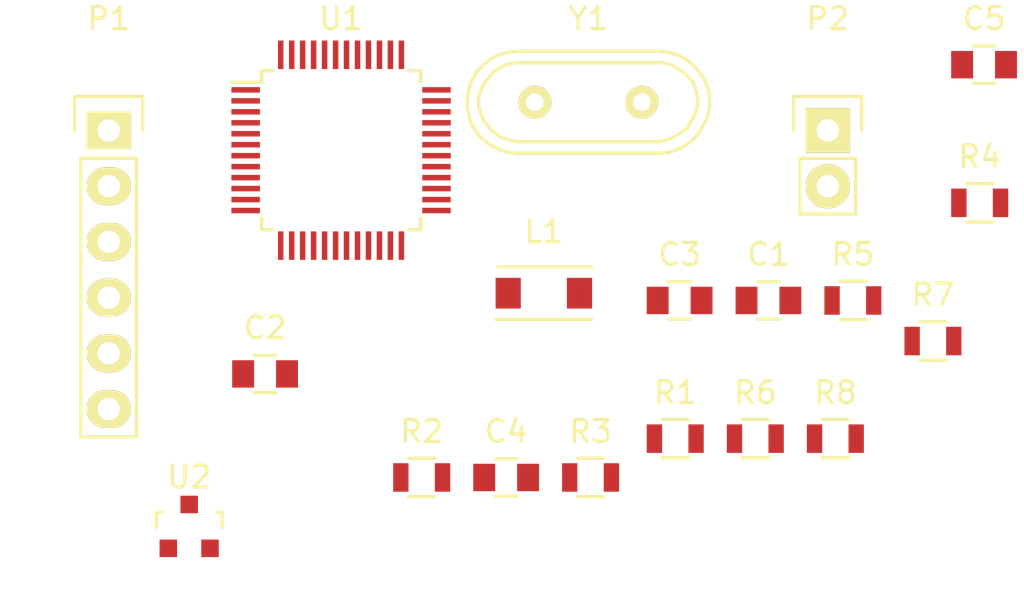
<source format=kicad_pcb>
(kicad_pcb (version 4) (host pcbnew 0.201510170916+6271~30~ubuntu14.04.1-product)

  (general
    (links 36)
    (no_connects 36)
    (area 0 0 0 0)
    (thickness 1.6)
    (drawings 0)
    (tracks 0)
    (zones 0)
    (modules 19)
    (nets 54)
  )

  (page A4)
  (layers
    (0 F.Cu signal)
    (1 In1.Cu signal)
    (2 In2.Cu signal)
    (31 B.Cu signal)
    (32 B.Adhes user)
    (33 F.Adhes user)
    (34 B.Paste user)
    (35 F.Paste user)
    (36 B.SilkS user)
    (37 F.SilkS user)
    (38 B.Mask user)
    (39 F.Mask user)
    (40 Dwgs.User user)
    (41 Cmts.User user)
    (42 Eco1.User user)
    (43 Eco2.User user)
    (44 Edge.Cuts user)
    (45 Margin user)
    (46 B.CrtYd user)
    (47 F.CrtYd user)
    (48 B.Fab user)
    (49 F.Fab user)
  )

  (setup
    (last_trace_width 0.25)
    (trace_clearance 0.2)
    (zone_clearance 0.508)
    (zone_45_only no)
    (trace_min 0.2)
    (segment_width 0.2)
    (edge_width 0.1)
    (via_size 0.6)
    (via_drill 0.4)
    (via_min_size 0.4)
    (via_min_drill 0.3)
    (uvia_size 0.3)
    (uvia_drill 0.1)
    (uvias_allowed no)
    (uvia_min_size 0.2)
    (uvia_min_drill 0.1)
    (pcb_text_width 0.3)
    (pcb_text_size 1.5 1.5)
    (mod_edge_width 0.15)
    (mod_text_size 1 1)
    (mod_text_width 0.15)
    (pad_size 1.5 1.5)
    (pad_drill 0.6)
    (pad_to_mask_clearance 0)
    (aux_axis_origin 0 0)
    (visible_elements FFFFFF7F)
    (pcbplotparams
      (layerselection 0x00030_80000001)
      (usegerberextensions false)
      (excludeedgelayer true)
      (linewidth 0.100000)
      (plotframeref false)
      (viasonmask false)
      (mode 1)
      (useauxorigin false)
      (hpglpennumber 1)
      (hpglpenspeed 20)
      (hpglpendiameter 15)
      (hpglpenoverlay 2)
      (psnegative false)
      (psa4output false)
      (plotreference true)
      (plotvalue true)
      (plotinvisibletext false)
      (padsonsilk false)
      (subtractmaskfromsilk false)
      (outputformat 1)
      (mirror false)
      (drillshape 1)
      (scaleselection 1)
      (outputdirectory ""))
  )

  (net 0 "")
  (net 1 "Net-(C1-Pad1)")
  (net 2 GND)
  (net 3 "Net-(C2-Pad1)")
  (net 4 "Net-(C2-Pad2)")
  (net 5 3V3)
  (net 6 "Net-(P1-Pad1)")
  (net 7 "Net-(P1-Pad2)")
  (net 8 "Net-(P1-Pad4)")
  (net 9 NRST)
  (net 10 "Net-(P1-Pad6)")
  (net 11 "Net-(P2-Pad1)")
  (net 12 TRACE)
  (net 13 "Net-(R5-Pad1)")
  (net 14 "Net-(R6-Pad1)")
  (net 15 "Net-(R6-Pad2)")
  (net 16 "Net-(R7-Pad2)")
  (net 17 "Net-(R8-Pad2)")
  (net 18 "Net-(U1-Pad2)")
  (net 19 "Net-(U1-Pad3)")
  (net 20 "Net-(U1-Pad4)")
  (net 21 "Net-(U1-Pad10)")
  (net 22 "Net-(U1-Pad11)")
  (net 23 "Net-(U1-Pad12)")
  (net 24 "Net-(U1-Pad13)")
  (net 25 "Net-(U1-Pad14)")
  (net 26 "Net-(U1-Pad15)")
  (net 27 "Net-(U1-Pad16)")
  (net 28 "Net-(U1-Pad17)")
  (net 29 "Net-(U1-Pad18)")
  (net 30 "Net-(U1-Pad19)")
  (net 31 "Net-(U1-Pad20)")
  (net 32 "Net-(U1-Pad21)")
  (net 33 "Net-(U1-Pad22)")
  (net 34 "Net-(U1-Pad25)")
  (net 35 "Net-(U1-Pad26)")
  (net 36 "Net-(U1-Pad27)")
  (net 37 "Net-(U1-Pad28)")
  (net 38 "Net-(U1-Pad30)")
  (net 39 "Net-(U1-Pad31)")
  (net 40 "Net-(U1-Pad32)")
  (net 41 "Net-(U1-Pad33)")
  (net 42 "Net-(U1-Pad35)")
  (net 43 "Net-(U1-Pad36)")
  (net 44 "Net-(U1-Pad38)")
  (net 45 "Net-(U1-Pad39)")
  (net 46 "Net-(U1-Pad40)")
  (net 47 "Net-(U1-Pad41)")
  (net 48 "Net-(U1-Pad42)")
  (net 49 "Net-(U1-Pad43)")
  (net 50 "Net-(U1-Pad45)")
  (net 51 "Net-(U1-Pad46)")
  (net 52 "Net-(C4-Pad2)")
  (net 53 "Net-(C5-Pad2)")

  (net_class Default "This is the default net class."
    (clearance 0.2)
    (trace_width 0.25)
    (via_dia 0.6)
    (via_drill 0.4)
    (uvia_dia 0.3)
    (uvia_drill 0.1)
    (add_net 3V3)
    (add_net GND)
    (add_net NRST)
    (add_net "Net-(C1-Pad1)")
    (add_net "Net-(C2-Pad1)")
    (add_net "Net-(C2-Pad2)")
    (add_net "Net-(C4-Pad2)")
    (add_net "Net-(C5-Pad2)")
    (add_net "Net-(P1-Pad1)")
    (add_net "Net-(P1-Pad2)")
    (add_net "Net-(P1-Pad4)")
    (add_net "Net-(P1-Pad6)")
    (add_net "Net-(P2-Pad1)")
    (add_net "Net-(R5-Pad1)")
    (add_net "Net-(R6-Pad1)")
    (add_net "Net-(R6-Pad2)")
    (add_net "Net-(R7-Pad2)")
    (add_net "Net-(R8-Pad2)")
    (add_net "Net-(U1-Pad10)")
    (add_net "Net-(U1-Pad11)")
    (add_net "Net-(U1-Pad12)")
    (add_net "Net-(U1-Pad13)")
    (add_net "Net-(U1-Pad14)")
    (add_net "Net-(U1-Pad15)")
    (add_net "Net-(U1-Pad16)")
    (add_net "Net-(U1-Pad17)")
    (add_net "Net-(U1-Pad18)")
    (add_net "Net-(U1-Pad19)")
    (add_net "Net-(U1-Pad2)")
    (add_net "Net-(U1-Pad20)")
    (add_net "Net-(U1-Pad21)")
    (add_net "Net-(U1-Pad22)")
    (add_net "Net-(U1-Pad25)")
    (add_net "Net-(U1-Pad26)")
    (add_net "Net-(U1-Pad27)")
    (add_net "Net-(U1-Pad28)")
    (add_net "Net-(U1-Pad3)")
    (add_net "Net-(U1-Pad30)")
    (add_net "Net-(U1-Pad31)")
    (add_net "Net-(U1-Pad32)")
    (add_net "Net-(U1-Pad33)")
    (add_net "Net-(U1-Pad35)")
    (add_net "Net-(U1-Pad36)")
    (add_net "Net-(U1-Pad38)")
    (add_net "Net-(U1-Pad39)")
    (add_net "Net-(U1-Pad4)")
    (add_net "Net-(U1-Pad40)")
    (add_net "Net-(U1-Pad41)")
    (add_net "Net-(U1-Pad42)")
    (add_net "Net-(U1-Pad43)")
    (add_net "Net-(U1-Pad45)")
    (add_net "Net-(U1-Pad46)")
    (add_net TRACE)
  )

  (module Capacitors_SMD:C_0805 (layer F.Cu) (tedit 5415D6EA) (tstamp 565E55BE)
    (at 183.521001 120.401)
    (descr "Capacitor SMD 0805, reflow soldering, AVX (see smccp.pdf)")
    (tags "capacitor 0805")
    (path /5627009A)
    (attr smd)
    (fp_text reference C1 (at 0 -2.1) (layer F.SilkS)
      (effects (font (size 1 1) (thickness 0.15)))
    )
    (fp_text value C (at 0 2.1) (layer F.Fab)
      (effects (font (size 1 1) (thickness 0.15)))
    )
    (fp_line (start -1.8 -1) (end 1.8 -1) (layer F.CrtYd) (width 0.05))
    (fp_line (start -1.8 1) (end 1.8 1) (layer F.CrtYd) (width 0.05))
    (fp_line (start -1.8 -1) (end -1.8 1) (layer F.CrtYd) (width 0.05))
    (fp_line (start 1.8 -1) (end 1.8 1) (layer F.CrtYd) (width 0.05))
    (fp_line (start 0.5 -0.85) (end -0.5 -0.85) (layer F.SilkS) (width 0.15))
    (fp_line (start -0.5 0.85) (end 0.5 0.85) (layer F.SilkS) (width 0.15))
    (pad 1 smd rect (at -1 0) (size 1 1.25) (layers F.Cu F.Paste F.Mask)
      (net 1 "Net-(C1-Pad1)"))
    (pad 2 smd rect (at 1 0) (size 1 1.25) (layers F.Cu F.Paste F.Mask)
      (net 2 GND))
    (model Capacitors_SMD.3dshapes/C_0805.wrl
      (at (xyz 0 0 0))
      (scale (xyz 1 1 1))
      (rotate (xyz 0 0 0))
    )
  )

  (module Capacitors_SMD:C_0805 (layer F.Cu) (tedit 5415D6EA) (tstamp 565E55CA)
    (at 160.571001 123.751)
    (descr "Capacitor SMD 0805, reflow soldering, AVX (see smccp.pdf)")
    (tags "capacitor 0805")
    (path /5626F380)
    (attr smd)
    (fp_text reference C2 (at 0 -2.1) (layer F.SilkS)
      (effects (font (size 1 1) (thickness 0.15)))
    )
    (fp_text value C (at 0 2.1) (layer F.Fab)
      (effects (font (size 1 1) (thickness 0.15)))
    )
    (fp_line (start -1.8 -1) (end 1.8 -1) (layer F.CrtYd) (width 0.05))
    (fp_line (start -1.8 1) (end 1.8 1) (layer F.CrtYd) (width 0.05))
    (fp_line (start -1.8 -1) (end -1.8 1) (layer F.CrtYd) (width 0.05))
    (fp_line (start 1.8 -1) (end 1.8 1) (layer F.CrtYd) (width 0.05))
    (fp_line (start 0.5 -0.85) (end -0.5 -0.85) (layer F.SilkS) (width 0.15))
    (fp_line (start -0.5 0.85) (end 0.5 0.85) (layer F.SilkS) (width 0.15))
    (pad 1 smd rect (at -1 0) (size 1 1.25) (layers F.Cu F.Paste F.Mask)
      (net 3 "Net-(C2-Pad1)"))
    (pad 2 smd rect (at 1 0) (size 1 1.25) (layers F.Cu F.Paste F.Mask)
      (net 4 "Net-(C2-Pad2)"))
    (model Capacitors_SMD.3dshapes/C_0805.wrl
      (at (xyz 0 0 0))
      (scale (xyz 1 1 1))
      (rotate (xyz 0 0 0))
    )
  )

  (module Capacitors_SMD:C_0805 (layer F.Cu) (tedit 5415D6EA) (tstamp 565E55D6)
    (at 179.471001 120.401)
    (descr "Capacitor SMD 0805, reflow soldering, AVX (see smccp.pdf)")
    (tags "capacitor 0805")
    (path /56270119)
    (attr smd)
    (fp_text reference C3 (at 0 -2.1) (layer F.SilkS)
      (effects (font (size 1 1) (thickness 0.15)))
    )
    (fp_text value C (at 0 2.1) (layer F.Fab)
      (effects (font (size 1 1) (thickness 0.15)))
    )
    (fp_line (start -1.8 -1) (end 1.8 -1) (layer F.CrtYd) (width 0.05))
    (fp_line (start -1.8 1) (end 1.8 1) (layer F.CrtYd) (width 0.05))
    (fp_line (start -1.8 -1) (end -1.8 1) (layer F.CrtYd) (width 0.05))
    (fp_line (start 1.8 -1) (end 1.8 1) (layer F.CrtYd) (width 0.05))
    (fp_line (start 0.5 -0.85) (end -0.5 -0.85) (layer F.SilkS) (width 0.15))
    (fp_line (start -0.5 0.85) (end 0.5 0.85) (layer F.SilkS) (width 0.15))
    (pad 1 smd rect (at -1 0) (size 1 1.25) (layers F.Cu F.Paste F.Mask)
      (net 5 3V3))
    (pad 2 smd rect (at 1 0) (size 1 1.25) (layers F.Cu F.Paste F.Mask)
      (net 2 GND))
    (model Capacitors_SMD.3dshapes/C_0805.wrl
      (at (xyz 0 0 0))
      (scale (xyz 1 1 1))
      (rotate (xyz 0 0 0))
    )
  )

  (module Capacitors_SMD:C_0805 (layer F.Cu) (tedit 5415D6EA) (tstamp 565E55E2)
    (at 171.561001 128.471)
    (descr "Capacitor SMD 0805, reflow soldering, AVX (see smccp.pdf)")
    (tags "capacitor 0805")
    (path /5652990D)
    (attr smd)
    (fp_text reference C4 (at 0 -2.1) (layer F.SilkS)
      (effects (font (size 1 1) (thickness 0.15)))
    )
    (fp_text value 20P (at 0 2.1) (layer F.Fab)
      (effects (font (size 1 1) (thickness 0.15)))
    )
    (fp_line (start -1.8 -1) (end 1.8 -1) (layer F.CrtYd) (width 0.05))
    (fp_line (start -1.8 1) (end 1.8 1) (layer F.CrtYd) (width 0.05))
    (fp_line (start -1.8 -1) (end -1.8 1) (layer F.CrtYd) (width 0.05))
    (fp_line (start 1.8 -1) (end 1.8 1) (layer F.CrtYd) (width 0.05))
    (fp_line (start 0.5 -0.85) (end -0.5 -0.85) (layer F.SilkS) (width 0.15))
    (fp_line (start -0.5 0.85) (end 0.5 0.85) (layer F.SilkS) (width 0.15))
    (pad 1 smd rect (at -1 0) (size 1 1.25) (layers F.Cu F.Paste F.Mask)
      (net 2 GND))
    (pad 2 smd rect (at 1 0) (size 1 1.25) (layers F.Cu F.Paste F.Mask)
      (net 52 "Net-(C4-Pad2)"))
    (model Capacitors_SMD.3dshapes/C_0805.wrl
      (at (xyz 0 0 0))
      (scale (xyz 1 1 1))
      (rotate (xyz 0 0 0))
    )
  )

  (module Capacitors_SMD:C_0805 (layer F.Cu) (tedit 5415D6EA) (tstamp 565E55EE)
    (at 193.351001 109.651)
    (descr "Capacitor SMD 0805, reflow soldering, AVX (see smccp.pdf)")
    (tags "capacitor 0805")
    (path /56529966)
    (attr smd)
    (fp_text reference C5 (at 0 -2.1) (layer F.SilkS)
      (effects (font (size 1 1) (thickness 0.15)))
    )
    (fp_text value 20P (at 0 2.1) (layer F.Fab)
      (effects (font (size 1 1) (thickness 0.15)))
    )
    (fp_line (start -1.8 -1) (end 1.8 -1) (layer F.CrtYd) (width 0.05))
    (fp_line (start -1.8 1) (end 1.8 1) (layer F.CrtYd) (width 0.05))
    (fp_line (start -1.8 -1) (end -1.8 1) (layer F.CrtYd) (width 0.05))
    (fp_line (start 1.8 -1) (end 1.8 1) (layer F.CrtYd) (width 0.05))
    (fp_line (start 0.5 -0.85) (end -0.5 -0.85) (layer F.SilkS) (width 0.15))
    (fp_line (start -0.5 0.85) (end 0.5 0.85) (layer F.SilkS) (width 0.15))
    (pad 1 smd rect (at -1 0) (size 1 1.25) (layers F.Cu F.Paste F.Mask)
      (net 2 GND))
    (pad 2 smd rect (at 1 0) (size 1 1.25) (layers F.Cu F.Paste F.Mask)
      (net 53 "Net-(C5-Pad2)"))
    (model Capacitors_SMD.3dshapes/C_0805.wrl
      (at (xyz 0 0 0))
      (scale (xyz 1 1 1))
      (rotate (xyz 0 0 0))
    )
  )

  (module Inductors_NEOSID:Neosid_Inductor_SM1206 (layer F.Cu) (tedit 0) (tstamp 565E55F6)
    (at 173.280816 120.07008)
    (descr "Neosid, Inductor, SM1206, Festinduktivitaet, SMD,")
    (tags "Neosid, Inductor, SM1206, Festinduktivitaet, SMD,")
    (path /5626F24B)
    (attr smd)
    (fp_text reference L1 (at 0 -2.79908) (layer F.SilkS)
      (effects (font (size 1 1) (thickness 0.15)))
    )
    (fp_text value INDUCTOR (at 0.20066 4.20116) (layer F.Fab)
      (effects (font (size 1 1) (thickness 0.15)))
    )
    (fp_line (start 2.19964 1.19888) (end -2.19964 1.19888) (layer F.SilkS) (width 0.15))
    (fp_line (start 2.19964 -1.19888) (end -2.10058 -1.19888) (layer F.SilkS) (width 0.15))
    (pad 2 smd rect (at 1.6256 0) (size 1.15062 1.39954) (layers F.Cu F.Paste F.Mask)
      (net 3 "Net-(C2-Pad1)"))
    (pad 1 smd rect (at -1.6256 0) (size 1.15062 1.39954) (layers F.Cu F.Paste F.Mask)
      (net 5 3V3))
  )

  (module Pin_Headers:Pin_Header_Straight_1x06 (layer F.Cu) (tedit 0) (tstamp 565E560B)
    (at 153.444333 112.651)
    (descr "Through hole pin header")
    (tags "pin header")
    (path /562D3447)
    (fp_text reference P1 (at 0 -5.1) (layer F.SilkS)
      (effects (font (size 1 1) (thickness 0.15)))
    )
    (fp_text value CONN_01X06 (at 0 -3.1) (layer F.Fab)
      (effects (font (size 1 1) (thickness 0.15)))
    )
    (fp_line (start -1.75 -1.75) (end -1.75 14.45) (layer F.CrtYd) (width 0.05))
    (fp_line (start 1.75 -1.75) (end 1.75 14.45) (layer F.CrtYd) (width 0.05))
    (fp_line (start -1.75 -1.75) (end 1.75 -1.75) (layer F.CrtYd) (width 0.05))
    (fp_line (start -1.75 14.45) (end 1.75 14.45) (layer F.CrtYd) (width 0.05))
    (fp_line (start 1.27 1.27) (end 1.27 13.97) (layer F.SilkS) (width 0.15))
    (fp_line (start 1.27 13.97) (end -1.27 13.97) (layer F.SilkS) (width 0.15))
    (fp_line (start -1.27 13.97) (end -1.27 1.27) (layer F.SilkS) (width 0.15))
    (fp_line (start 1.55 -1.55) (end 1.55 0) (layer F.SilkS) (width 0.15))
    (fp_line (start 1.27 1.27) (end -1.27 1.27) (layer F.SilkS) (width 0.15))
    (fp_line (start -1.55 0) (end -1.55 -1.55) (layer F.SilkS) (width 0.15))
    (fp_line (start -1.55 -1.55) (end 1.55 -1.55) (layer F.SilkS) (width 0.15))
    (pad 1 thru_hole rect (at 0 0) (size 2.032 1.7272) (drill 1.016) (layers *.Cu *.Mask F.SilkS)
      (net 6 "Net-(P1-Pad1)"))
    (pad 2 thru_hole oval (at 0 2.54) (size 2.032 1.7272) (drill 1.016) (layers *.Cu *.Mask F.SilkS)
      (net 7 "Net-(P1-Pad2)"))
    (pad 3 thru_hole oval (at 0 5.08) (size 2.032 1.7272) (drill 1.016) (layers *.Cu *.Mask F.SilkS)
      (net 2 GND))
    (pad 4 thru_hole oval (at 0 7.62) (size 2.032 1.7272) (drill 1.016) (layers *.Cu *.Mask F.SilkS)
      (net 8 "Net-(P1-Pad4)"))
    (pad 5 thru_hole oval (at 0 10.16) (size 2.032 1.7272) (drill 1.016) (layers *.Cu *.Mask F.SilkS)
      (net 9 NRST))
    (pad 6 thru_hole oval (at 0 12.7) (size 2.032 1.7272) (drill 1.016) (layers *.Cu *.Mask F.SilkS)
      (net 10 "Net-(P1-Pad6)"))
    (model Pin_Headers.3dshapes/Pin_Header_Straight_1x06.wrl
      (at (xyz 0 -0.25 0))
      (scale (xyz 1 1 1))
      (rotate (xyz 0 0 90))
    )
  )

  (module Pin_Headers:Pin_Header_Straight_1x02 (layer F.Cu) (tedit 54EA090C) (tstamp 565E561C)
    (at 186.224333 112.651)
    (descr "Through hole pin header")
    (tags "pin header")
    (path /562D514A)
    (fp_text reference P2 (at 0 -5.1) (layer F.SilkS)
      (effects (font (size 1 1) (thickness 0.15)))
    )
    (fp_text value CONN_01X02 (at 0 -3.1) (layer F.Fab)
      (effects (font (size 1 1) (thickness 0.15)))
    )
    (fp_line (start 1.27 1.27) (end 1.27 3.81) (layer F.SilkS) (width 0.15))
    (fp_line (start 1.55 -1.55) (end 1.55 0) (layer F.SilkS) (width 0.15))
    (fp_line (start -1.75 -1.75) (end -1.75 4.3) (layer F.CrtYd) (width 0.05))
    (fp_line (start 1.75 -1.75) (end 1.75 4.3) (layer F.CrtYd) (width 0.05))
    (fp_line (start -1.75 -1.75) (end 1.75 -1.75) (layer F.CrtYd) (width 0.05))
    (fp_line (start -1.75 4.3) (end 1.75 4.3) (layer F.CrtYd) (width 0.05))
    (fp_line (start 1.27 1.27) (end -1.27 1.27) (layer F.SilkS) (width 0.15))
    (fp_line (start -1.55 0) (end -1.55 -1.55) (layer F.SilkS) (width 0.15))
    (fp_line (start -1.55 -1.55) (end 1.55 -1.55) (layer F.SilkS) (width 0.15))
    (fp_line (start -1.27 1.27) (end -1.27 3.81) (layer F.SilkS) (width 0.15))
    (fp_line (start -1.27 3.81) (end 1.27 3.81) (layer F.SilkS) (width 0.15))
    (pad 1 thru_hole rect (at 0 0) (size 2.032 2.032) (drill 1.016) (layers *.Cu *.Mask F.SilkS)
      (net 11 "Net-(P2-Pad1)"))
    (pad 2 thru_hole oval (at 0 2.54) (size 2.032 2.032) (drill 1.016) (layers *.Cu *.Mask F.SilkS)
      (net 2 GND))
    (model Pin_Headers.3dshapes/Pin_Header_Straight_1x02.wrl
      (at (xyz 0 -0.05 0))
      (scale (xyz 1 1 1))
      (rotate (xyz 0 0 90))
    )
  )

  (module Resistors_SMD:R_0805 (layer F.Cu) (tedit 5415CDEB) (tstamp 565E5628)
    (at 179.271001 126.701)
    (descr "Resistor SMD 0805, reflow soldering, Vishay (see dcrcw.pdf)")
    (tags "resistor 0805")
    (path /562D411E)
    (attr smd)
    (fp_text reference R1 (at 0 -2.1) (layer F.SilkS)
      (effects (font (size 1 1) (thickness 0.15)))
    )
    (fp_text value R (at 0 2.1) (layer F.Fab)
      (effects (font (size 1 1) (thickness 0.15)))
    )
    (fp_line (start -1.6 -1) (end 1.6 -1) (layer F.CrtYd) (width 0.05))
    (fp_line (start -1.6 1) (end 1.6 1) (layer F.CrtYd) (width 0.05))
    (fp_line (start -1.6 -1) (end -1.6 1) (layer F.CrtYd) (width 0.05))
    (fp_line (start 1.6 -1) (end 1.6 1) (layer F.CrtYd) (width 0.05))
    (fp_line (start 0.6 0.875) (end -0.6 0.875) (layer F.SilkS) (width 0.15))
    (fp_line (start -0.6 -0.875) (end 0.6 -0.875) (layer F.SilkS) (width 0.15))
    (pad 1 smd rect (at -0.95 0) (size 0.7 1.3) (layers F.Cu F.Paste F.Mask)
      (net 10 "Net-(P1-Pad6)"))
    (pad 2 smd rect (at 0.95 0) (size 0.7 1.3) (layers F.Cu F.Paste F.Mask)
      (net 12 TRACE))
    (model Resistors_SMD.3dshapes/R_0805.wrl
      (at (xyz 0 0 0))
      (scale (xyz 1 1 1))
      (rotate (xyz 0 0 0))
    )
  )

  (module Resistors_SMD:R_0805 (layer F.Cu) (tedit 5415CDEB) (tstamp 565E5634)
    (at 167.711001 128.471)
    (descr "Resistor SMD 0805, reflow soldering, Vishay (see dcrcw.pdf)")
    (tags "resistor 0805")
    (path /562D36B1)
    (attr smd)
    (fp_text reference R2 (at 0 -2.1) (layer F.SilkS)
      (effects (font (size 1 1) (thickness 0.15)))
    )
    (fp_text value 0 (at 0 2.1) (layer F.Fab)
      (effects (font (size 1 1) (thickness 0.15)))
    )
    (fp_line (start -1.6 -1) (end 1.6 -1) (layer F.CrtYd) (width 0.05))
    (fp_line (start -1.6 1) (end 1.6 1) (layer F.CrtYd) (width 0.05))
    (fp_line (start -1.6 -1) (end -1.6 1) (layer F.CrtYd) (width 0.05))
    (fp_line (start 1.6 -1) (end 1.6 1) (layer F.CrtYd) (width 0.05))
    (fp_line (start 0.6 0.875) (end -0.6 0.875) (layer F.SilkS) (width 0.15))
    (fp_line (start -0.6 -0.875) (end 0.6 -0.875) (layer F.SilkS) (width 0.15))
    (pad 1 smd rect (at -0.95 0) (size 0.7 1.3) (layers F.Cu F.Paste F.Mask)
      (net 5 3V3))
    (pad 2 smd rect (at 0.95 0) (size 0.7 1.3) (layers F.Cu F.Paste F.Mask)
      (net 6 "Net-(P1-Pad1)"))
    (model Resistors_SMD.3dshapes/R_0805.wrl
      (at (xyz 0 0 0))
      (scale (xyz 1 1 1))
      (rotate (xyz 0 0 0))
    )
  )

  (module Resistors_SMD:R_0805 (layer F.Cu) (tedit 5415CDEB) (tstamp 565E5640)
    (at 175.411001 128.471)
    (descr "Resistor SMD 0805, reflow soldering, Vishay (see dcrcw.pdf)")
    (tags "resistor 0805")
    (path /562D3B9C)
    (attr smd)
    (fp_text reference R3 (at 0 -2.1) (layer F.SilkS)
      (effects (font (size 1 1) (thickness 0.15)))
    )
    (fp_text value R (at 0 2.1) (layer F.Fab)
      (effects (font (size 1 1) (thickness 0.15)))
    )
    (fp_line (start -1.6 -1) (end 1.6 -1) (layer F.CrtYd) (width 0.05))
    (fp_line (start -1.6 1) (end 1.6 1) (layer F.CrtYd) (width 0.05))
    (fp_line (start -1.6 -1) (end -1.6 1) (layer F.CrtYd) (width 0.05))
    (fp_line (start 1.6 -1) (end 1.6 1) (layer F.CrtYd) (width 0.05))
    (fp_line (start 0.6 0.875) (end -0.6 0.875) (layer F.SilkS) (width 0.15))
    (fp_line (start -0.6 -0.875) (end 0.6 -0.875) (layer F.SilkS) (width 0.15))
    (pad 1 smd rect (at -0.95 0) (size 0.7 1.3) (layers F.Cu F.Paste F.Mask)
      (net 5 3V3))
    (pad 2 smd rect (at 0.95 0) (size 0.7 1.3) (layers F.Cu F.Paste F.Mask)
      (net 8 "Net-(P1-Pad4)"))
    (model Resistors_SMD.3dshapes/R_0805.wrl
      (at (xyz 0 0 0))
      (scale (xyz 1 1 1))
      (rotate (xyz 0 0 0))
    )
  )

  (module Resistors_SMD:R_0805 (layer F.Cu) (tedit 5415CDEB) (tstamp 565E564C)
    (at 193.151001 115.951)
    (descr "Resistor SMD 0805, reflow soldering, Vishay (see dcrcw.pdf)")
    (tags "resistor 0805")
    (path /562D3B38)
    (attr smd)
    (fp_text reference R4 (at 0 -2.1) (layer F.SilkS)
      (effects (font (size 1 1) (thickness 0.15)))
    )
    (fp_text value R (at 0 2.1) (layer F.Fab)
      (effects (font (size 1 1) (thickness 0.15)))
    )
    (fp_line (start -1.6 -1) (end 1.6 -1) (layer F.CrtYd) (width 0.05))
    (fp_line (start -1.6 1) (end 1.6 1) (layer F.CrtYd) (width 0.05))
    (fp_line (start -1.6 -1) (end -1.6 1) (layer F.CrtYd) (width 0.05))
    (fp_line (start 1.6 -1) (end 1.6 1) (layer F.CrtYd) (width 0.05))
    (fp_line (start 0.6 0.875) (end -0.6 0.875) (layer F.SilkS) (width 0.15))
    (fp_line (start -0.6 -0.875) (end 0.6 -0.875) (layer F.SilkS) (width 0.15))
    (pad 1 smd rect (at -0.95 0) (size 0.7 1.3) (layers F.Cu F.Paste F.Mask)
      (net 7 "Net-(P1-Pad2)"))
    (pad 2 smd rect (at 0.95 0) (size 0.7 1.3) (layers F.Cu F.Paste F.Mask)
      (net 2 GND))
    (model Resistors_SMD.3dshapes/R_0805.wrl
      (at (xyz 0 0 0))
      (scale (xyz 1 1 1))
      (rotate (xyz 0 0 0))
    )
  )

  (module Resistors_SMD:R_0805 (layer F.Cu) (tedit 5415CDEB) (tstamp 565E5658)
    (at 187.371001 120.401)
    (descr "Resistor SMD 0805, reflow soldering, Vishay (see dcrcw.pdf)")
    (tags "resistor 0805")
    (path /562D4FA8)
    (attr smd)
    (fp_text reference R5 (at 0 -2.1) (layer F.SilkS)
      (effects (font (size 1 1) (thickness 0.15)))
    )
    (fp_text value R (at 0 2.1) (layer F.Fab)
      (effects (font (size 1 1) (thickness 0.15)))
    )
    (fp_line (start -1.6 -1) (end 1.6 -1) (layer F.CrtYd) (width 0.05))
    (fp_line (start -1.6 1) (end 1.6 1) (layer F.CrtYd) (width 0.05))
    (fp_line (start -1.6 -1) (end -1.6 1) (layer F.CrtYd) (width 0.05))
    (fp_line (start 1.6 -1) (end 1.6 1) (layer F.CrtYd) (width 0.05))
    (fp_line (start 0.6 0.875) (end -0.6 0.875) (layer F.SilkS) (width 0.15))
    (fp_line (start -0.6 -0.875) (end 0.6 -0.875) (layer F.SilkS) (width 0.15))
    (pad 1 smd rect (at -0.95 0) (size 0.7 1.3) (layers F.Cu F.Paste F.Mask)
      (net 13 "Net-(R5-Pad1)"))
    (pad 2 smd rect (at 0.95 0) (size 0.7 1.3) (layers F.Cu F.Paste F.Mask)
      (net 11 "Net-(P2-Pad1)"))
    (model Resistors_SMD.3dshapes/R_0805.wrl
      (at (xyz 0 0 0))
      (scale (xyz 1 1 1))
      (rotate (xyz 0 0 0))
    )
  )

  (module Resistors_SMD:R_0805 (layer F.Cu) (tedit 5415CDEB) (tstamp 565E5664)
    (at 182.921001 126.701)
    (descr "Resistor SMD 0805, reflow soldering, Vishay (see dcrcw.pdf)")
    (tags "resistor 0805")
    (path /562D2EC7)
    (attr smd)
    (fp_text reference R6 (at 0 -2.1) (layer F.SilkS)
      (effects (font (size 1 1) (thickness 0.15)))
    )
    (fp_text value R (at 0 2.1) (layer F.Fab)
      (effects (font (size 1 1) (thickness 0.15)))
    )
    (fp_line (start -1.6 -1) (end 1.6 -1) (layer F.CrtYd) (width 0.05))
    (fp_line (start -1.6 1) (end 1.6 1) (layer F.CrtYd) (width 0.05))
    (fp_line (start -1.6 -1) (end -1.6 1) (layer F.CrtYd) (width 0.05))
    (fp_line (start 1.6 -1) (end 1.6 1) (layer F.CrtYd) (width 0.05))
    (fp_line (start 0.6 0.875) (end -0.6 0.875) (layer F.SilkS) (width 0.15))
    (fp_line (start -0.6 -0.875) (end 0.6 -0.875) (layer F.SilkS) (width 0.15))
    (pad 1 smd rect (at -0.95 0) (size 0.7 1.3) (layers F.Cu F.Paste F.Mask)
      (net 14 "Net-(R6-Pad1)"))
    (pad 2 smd rect (at 0.95 0) (size 0.7 1.3) (layers F.Cu F.Paste F.Mask)
      (net 15 "Net-(R6-Pad2)"))
    (model Resistors_SMD.3dshapes/R_0805.wrl
      (at (xyz 0 0 0))
      (scale (xyz 1 1 1))
      (rotate (xyz 0 0 0))
    )
  )

  (module Resistors_SMD:R_0805 (layer F.Cu) (tedit 5415CDEB) (tstamp 565E5670)
    (at 191.021001 122.251)
    (descr "Resistor SMD 0805, reflow soldering, Vishay (see dcrcw.pdf)")
    (tags "resistor 0805")
    (path /562D2E53)
    (attr smd)
    (fp_text reference R7 (at 0 -2.1) (layer F.SilkS)
      (effects (font (size 1 1) (thickness 0.15)))
    )
    (fp_text value R (at 0 2.1) (layer F.Fab)
      (effects (font (size 1 1) (thickness 0.15)))
    )
    (fp_line (start -1.6 -1) (end 1.6 -1) (layer F.CrtYd) (width 0.05))
    (fp_line (start -1.6 1) (end 1.6 1) (layer F.CrtYd) (width 0.05))
    (fp_line (start -1.6 -1) (end -1.6 1) (layer F.CrtYd) (width 0.05))
    (fp_line (start 1.6 -1) (end 1.6 1) (layer F.CrtYd) (width 0.05))
    (fp_line (start 0.6 0.875) (end -0.6 0.875) (layer F.SilkS) (width 0.15))
    (fp_line (start -0.6 -0.875) (end 0.6 -0.875) (layer F.SilkS) (width 0.15))
    (pad 1 smd rect (at -0.95 0) (size 0.7 1.3) (layers F.Cu F.Paste F.Mask)
      (net 14 "Net-(R6-Pad1)"))
    (pad 2 smd rect (at 0.95 0) (size 0.7 1.3) (layers F.Cu F.Paste F.Mask)
      (net 16 "Net-(R7-Pad2)"))
    (model Resistors_SMD.3dshapes/R_0805.wrl
      (at (xyz 0 0 0))
      (scale (xyz 1 1 1))
      (rotate (xyz 0 0 0))
    )
  )

  (module Resistors_SMD:R_0805 (layer F.Cu) (tedit 5415CDEB) (tstamp 565E567C)
    (at 186.571001 126.701)
    (descr "Resistor SMD 0805, reflow soldering, Vishay (see dcrcw.pdf)")
    (tags "resistor 0805")
    (path /562D2D9E)
    (attr smd)
    (fp_text reference R8 (at 0 -2.1) (layer F.SilkS)
      (effects (font (size 1 1) (thickness 0.15)))
    )
    (fp_text value R (at 0 2.1) (layer F.Fab)
      (effects (font (size 1 1) (thickness 0.15)))
    )
    (fp_line (start -1.6 -1) (end 1.6 -1) (layer F.CrtYd) (width 0.05))
    (fp_line (start -1.6 1) (end 1.6 1) (layer F.CrtYd) (width 0.05))
    (fp_line (start -1.6 -1) (end -1.6 1) (layer F.CrtYd) (width 0.05))
    (fp_line (start 1.6 -1) (end 1.6 1) (layer F.CrtYd) (width 0.05))
    (fp_line (start 0.6 0.875) (end -0.6 0.875) (layer F.SilkS) (width 0.15))
    (fp_line (start -0.6 -0.875) (end 0.6 -0.875) (layer F.SilkS) (width 0.15))
    (pad 1 smd rect (at -0.95 0) (size 0.7 1.3) (layers F.Cu F.Paste F.Mask)
      (net 14 "Net-(R6-Pad1)"))
    (pad 2 smd rect (at 0.95 0) (size 0.7 1.3) (layers F.Cu F.Paste F.Mask)
      (net 17 "Net-(R8-Pad2)"))
    (model Resistors_SMD.3dshapes/R_0805.wrl
      (at (xyz 0 0 0))
      (scale (xyz 1 1 1))
      (rotate (xyz 0 0 0))
    )
  )

  (module Housings_QFP:LQFP-48_7x7mm_Pitch0.5mm (layer F.Cu) (tedit 54130A77) (tstamp 565E56BD)
    (at 164.035286 113.551)
    (descr "48 LEAD LQFP 7x7mm (see MICREL LQFP7x7-48LD-PL-1.pdf)")
    (tags "QFP 0.5")
    (path /564E875E)
    (attr smd)
    (fp_text reference U1 (at 0 -6) (layer F.SilkS)
      (effects (font (size 1 1) (thickness 0.15)))
    )
    (fp_text value STM32F030C8 (at 0 6) (layer F.Fab)
      (effects (font (size 1 1) (thickness 0.15)))
    )
    (fp_line (start -5.25 -5.25) (end -5.25 5.25) (layer F.CrtYd) (width 0.05))
    (fp_line (start 5.25 -5.25) (end 5.25 5.25) (layer F.CrtYd) (width 0.05))
    (fp_line (start -5.25 -5.25) (end 5.25 -5.25) (layer F.CrtYd) (width 0.05))
    (fp_line (start -5.25 5.25) (end 5.25 5.25) (layer F.CrtYd) (width 0.05))
    (fp_line (start -3.625 -3.625) (end -3.625 -3.1) (layer F.SilkS) (width 0.15))
    (fp_line (start 3.625 -3.625) (end 3.625 -3.1) (layer F.SilkS) (width 0.15))
    (fp_line (start 3.625 3.625) (end 3.625 3.1) (layer F.SilkS) (width 0.15))
    (fp_line (start -3.625 3.625) (end -3.625 3.1) (layer F.SilkS) (width 0.15))
    (fp_line (start -3.625 -3.625) (end -3.1 -3.625) (layer F.SilkS) (width 0.15))
    (fp_line (start -3.625 3.625) (end -3.1 3.625) (layer F.SilkS) (width 0.15))
    (fp_line (start 3.625 3.625) (end 3.1 3.625) (layer F.SilkS) (width 0.15))
    (fp_line (start 3.625 -3.625) (end 3.1 -3.625) (layer F.SilkS) (width 0.15))
    (fp_line (start -3.625 -3.1) (end -5 -3.1) (layer F.SilkS) (width 0.15))
    (pad 1 smd rect (at -4.35 -2.75) (size 1.3 0.25) (layers F.Cu F.Paste F.Mask)
      (net 5 3V3))
    (pad 2 smd rect (at -4.35 -2.25) (size 1.3 0.25) (layers F.Cu F.Paste F.Mask)
      (net 18 "Net-(U1-Pad2)"))
    (pad 3 smd rect (at -4.35 -1.75) (size 1.3 0.25) (layers F.Cu F.Paste F.Mask)
      (net 19 "Net-(U1-Pad3)"))
    (pad 4 smd rect (at -4.35 -1.25) (size 1.3 0.25) (layers F.Cu F.Paste F.Mask)
      (net 20 "Net-(U1-Pad4)"))
    (pad 5 smd rect (at -4.35 -0.75) (size 1.3 0.25) (layers F.Cu F.Paste F.Mask)
      (net 52 "Net-(C4-Pad2)"))
    (pad 6 smd rect (at -4.35 -0.25) (size 1.3 0.25) (layers F.Cu F.Paste F.Mask)
      (net 53 "Net-(C5-Pad2)"))
    (pad 7 smd rect (at -4.35 0.25) (size 1.3 0.25) (layers F.Cu F.Paste F.Mask)
      (net 9 NRST))
    (pad 8 smd rect (at -4.35 0.75) (size 1.3 0.25) (layers F.Cu F.Paste F.Mask)
      (net 2 GND))
    (pad 9 smd rect (at -4.35 1.25) (size 1.3 0.25) (layers F.Cu F.Paste F.Mask)
      (net 3 "Net-(C2-Pad1)"))
    (pad 10 smd rect (at -4.35 1.75) (size 1.3 0.25) (layers F.Cu F.Paste F.Mask)
      (net 21 "Net-(U1-Pad10)"))
    (pad 11 smd rect (at -4.35 2.25) (size 1.3 0.25) (layers F.Cu F.Paste F.Mask)
      (net 22 "Net-(U1-Pad11)"))
    (pad 12 smd rect (at -4.35 2.75) (size 1.3 0.25) (layers F.Cu F.Paste F.Mask)
      (net 23 "Net-(U1-Pad12)"))
    (pad 13 smd rect (at -2.75 4.35 90) (size 1.3 0.25) (layers F.Cu F.Paste F.Mask)
      (net 24 "Net-(U1-Pad13)"))
    (pad 14 smd rect (at -2.25 4.35 90) (size 1.3 0.25) (layers F.Cu F.Paste F.Mask)
      (net 25 "Net-(U1-Pad14)"))
    (pad 15 smd rect (at -1.75 4.35 90) (size 1.3 0.25) (layers F.Cu F.Paste F.Mask)
      (net 26 "Net-(U1-Pad15)"))
    (pad 16 smd rect (at -1.25 4.35 90) (size 1.3 0.25) (layers F.Cu F.Paste F.Mask)
      (net 27 "Net-(U1-Pad16)"))
    (pad 17 smd rect (at -0.75 4.35 90) (size 1.3 0.25) (layers F.Cu F.Paste F.Mask)
      (net 28 "Net-(U1-Pad17)"))
    (pad 18 smd rect (at -0.25 4.35 90) (size 1.3 0.25) (layers F.Cu F.Paste F.Mask)
      (net 29 "Net-(U1-Pad18)"))
    (pad 19 smd rect (at 0.25 4.35 90) (size 1.3 0.25) (layers F.Cu F.Paste F.Mask)
      (net 30 "Net-(U1-Pad19)"))
    (pad 20 smd rect (at 0.75 4.35 90) (size 1.3 0.25) (layers F.Cu F.Paste F.Mask)
      (net 31 "Net-(U1-Pad20)"))
    (pad 21 smd rect (at 1.25 4.35 90) (size 1.3 0.25) (layers F.Cu F.Paste F.Mask)
      (net 32 "Net-(U1-Pad21)"))
    (pad 22 smd rect (at 1.75 4.35 90) (size 1.3 0.25) (layers F.Cu F.Paste F.Mask)
      (net 33 "Net-(U1-Pad22)"))
    (pad 23 smd rect (at 2.25 4.35 90) (size 1.3 0.25) (layers F.Cu F.Paste F.Mask)
      (net 2 GND))
    (pad 24 smd rect (at 2.75 4.35 90) (size 1.3 0.25) (layers F.Cu F.Paste F.Mask)
      (net 5 3V3))
    (pad 25 smd rect (at 4.35 2.75) (size 1.3 0.25) (layers F.Cu F.Paste F.Mask)
      (net 34 "Net-(U1-Pad25)"))
    (pad 26 smd rect (at 4.35 2.25) (size 1.3 0.25) (layers F.Cu F.Paste F.Mask)
      (net 35 "Net-(U1-Pad26)"))
    (pad 27 smd rect (at 4.35 1.75) (size 1.3 0.25) (layers F.Cu F.Paste F.Mask)
      (net 36 "Net-(U1-Pad27)"))
    (pad 28 smd rect (at 4.35 1.25) (size 1.3 0.25) (layers F.Cu F.Paste F.Mask)
      (net 37 "Net-(U1-Pad28)"))
    (pad 29 smd rect (at 4.35 0.75) (size 1.3 0.25) (layers F.Cu F.Paste F.Mask)
      (net 13 "Net-(R5-Pad1)"))
    (pad 30 smd rect (at 4.35 0.25) (size 1.3 0.25) (layers F.Cu F.Paste F.Mask)
      (net 38 "Net-(U1-Pad30)"))
    (pad 31 smd rect (at 4.35 -0.25) (size 1.3 0.25) (layers F.Cu F.Paste F.Mask)
      (net 39 "Net-(U1-Pad31)"))
    (pad 32 smd rect (at 4.35 -0.75) (size 1.3 0.25) (layers F.Cu F.Paste F.Mask)
      (net 40 "Net-(U1-Pad32)"))
    (pad 33 smd rect (at 4.35 -1.25) (size 1.3 0.25) (layers F.Cu F.Paste F.Mask)
      (net 41 "Net-(U1-Pad33)"))
    (pad 34 smd rect (at 4.35 -1.75) (size 1.3 0.25) (layers F.Cu F.Paste F.Mask)
      (net 8 "Net-(P1-Pad4)"))
    (pad 35 smd rect (at 4.35 -2.25) (size 1.3 0.25) (layers F.Cu F.Paste F.Mask)
      (net 42 "Net-(U1-Pad35)"))
    (pad 36 smd rect (at 4.35 -2.75) (size 1.3 0.25) (layers F.Cu F.Paste F.Mask)
      (net 43 "Net-(U1-Pad36)"))
    (pad 37 smd rect (at 2.75 -4.35 90) (size 1.3 0.25) (layers F.Cu F.Paste F.Mask)
      (net 7 "Net-(P1-Pad2)"))
    (pad 38 smd rect (at 2.25 -4.35 90) (size 1.3 0.25) (layers F.Cu F.Paste F.Mask)
      (net 44 "Net-(U1-Pad38)"))
    (pad 39 smd rect (at 1.75 -4.35 90) (size 1.3 0.25) (layers F.Cu F.Paste F.Mask)
      (net 45 "Net-(U1-Pad39)"))
    (pad 40 smd rect (at 1.25 -4.35 90) (size 1.3 0.25) (layers F.Cu F.Paste F.Mask)
      (net 46 "Net-(U1-Pad40)"))
    (pad 41 smd rect (at 0.75 -4.35 90) (size 1.3 0.25) (layers F.Cu F.Paste F.Mask)
      (net 47 "Net-(U1-Pad41)"))
    (pad 42 smd rect (at 0.25 -4.35 90) (size 1.3 0.25) (layers F.Cu F.Paste F.Mask)
      (net 48 "Net-(U1-Pad42)"))
    (pad 43 smd rect (at -0.25 -4.35 90) (size 1.3 0.25) (layers F.Cu F.Paste F.Mask)
      (net 49 "Net-(U1-Pad43)"))
    (pad 44 smd rect (at -0.75 -4.35 90) (size 1.3 0.25) (layers F.Cu F.Paste F.Mask)
      (net 14 "Net-(R6-Pad1)"))
    (pad 45 smd rect (at -1.25 -4.35 90) (size 1.3 0.25) (layers F.Cu F.Paste F.Mask)
      (net 50 "Net-(U1-Pad45)"))
    (pad 46 smd rect (at -1.75 -4.35 90) (size 1.3 0.25) (layers F.Cu F.Paste F.Mask)
      (net 51 "Net-(U1-Pad46)"))
    (pad 47 smd rect (at -2.25 -4.35 90) (size 1.3 0.25) (layers F.Cu F.Paste F.Mask)
      (net 2 GND))
    (pad 48 smd rect (at -2.75 -4.35 90) (size 1.3 0.25) (layers F.Cu F.Paste F.Mask)
      (net 5 3V3))
    (model Housings_QFP.3dshapes/LQFP-48_7x7mm_Pitch0.5mm.wrl
      (at (xyz 0 0 0))
      (scale (xyz 1 1 1))
      (rotate (xyz 0 0 0))
    )
  )

  (module Housings_SOT-23_SOT-143_TSOT-6:SOT-23 (layer F.Cu) (tedit 553634F8) (tstamp 565E56CD)
    (at 157.111 130.701)
    (descr "SOT-23, Standard")
    (tags SOT-23)
    (path /56270053)
    (attr smd)
    (fp_text reference U2 (at 0 -2.25) (layer F.SilkS)
      (effects (font (size 1 1) (thickness 0.15)))
    )
    (fp_text value MCP1700T-3302E/TT_ (at 0 2.3) (layer F.Fab)
      (effects (font (size 1 1) (thickness 0.15)))
    )
    (fp_line (start -1.65 -1.6) (end 1.65 -1.6) (layer F.CrtYd) (width 0.05))
    (fp_line (start 1.65 -1.6) (end 1.65 1.6) (layer F.CrtYd) (width 0.05))
    (fp_line (start 1.65 1.6) (end -1.65 1.6) (layer F.CrtYd) (width 0.05))
    (fp_line (start -1.65 1.6) (end -1.65 -1.6) (layer F.CrtYd) (width 0.05))
    (fp_line (start 1.29916 -0.65024) (end 1.2509 -0.65024) (layer F.SilkS) (width 0.15))
    (fp_line (start -1.49982 0.0508) (end -1.49982 -0.65024) (layer F.SilkS) (width 0.15))
    (fp_line (start -1.49982 -0.65024) (end -1.2509 -0.65024) (layer F.SilkS) (width 0.15))
    (fp_line (start 1.29916 -0.65024) (end 1.49982 -0.65024) (layer F.SilkS) (width 0.15))
    (fp_line (start 1.49982 -0.65024) (end 1.49982 0.0508) (layer F.SilkS) (width 0.15))
    (pad 1 smd rect (at -0.95 1.00076) (size 0.8001 0.8001) (layers F.Cu F.Paste F.Mask)
      (net 2 GND))
    (pad 2 smd rect (at 0.95 1.00076) (size 0.8001 0.8001) (layers F.Cu F.Paste F.Mask)
      (net 5 3V3))
    (pad 3 smd rect (at 0 -0.99822) (size 0.8001 0.8001) (layers F.Cu F.Paste F.Mask)
      (net 1 "Net-(C1-Pad1)"))
    (model Housings_SOT-23_SOT-143_TSOT-6.3dshapes/SOT-23.wrl
      (at (xyz 0 0 0))
      (scale (xyz 1 1 1))
      (rotate (xyz 0 0 0))
    )
  )

  (module Crystals:Crystal_HC49-U_Vertical (layer F.Cu) (tedit 0) (tstamp 565E5706)
    (at 175.310421 111.361)
    (descr "Crystal, Quarz, HC49/U, vertical, stehend,")
    (tags "Crystal, Quarz, HC49/U, vertical, stehend,")
    (path /56529888)
    (fp_text reference Y1 (at 0 -3.81) (layer F.SilkS)
      (effects (font (size 1 1) (thickness 0.15)))
    )
    (fp_text value Crystal (at 0 3.81) (layer F.Fab)
      (effects (font (size 1 1) (thickness 0.15)))
    )
    (fp_line (start 4.699 -1.00076) (end 4.89966 -0.59944) (layer F.SilkS) (width 0.15))
    (fp_line (start 4.89966 -0.59944) (end 5.00126 0) (layer F.SilkS) (width 0.15))
    (fp_line (start 5.00126 0) (end 4.89966 0.50038) (layer F.SilkS) (width 0.15))
    (fp_line (start 4.89966 0.50038) (end 4.50088 1.19888) (layer F.SilkS) (width 0.15))
    (fp_line (start 4.50088 1.19888) (end 3.8989 1.6002) (layer F.SilkS) (width 0.15))
    (fp_line (start 3.8989 1.6002) (end 3.29946 1.80086) (layer F.SilkS) (width 0.15))
    (fp_line (start 3.29946 1.80086) (end -3.29946 1.80086) (layer F.SilkS) (width 0.15))
    (fp_line (start -3.29946 1.80086) (end -4.0005 1.6002) (layer F.SilkS) (width 0.15))
    (fp_line (start -4.0005 1.6002) (end -4.39928 1.30048) (layer F.SilkS) (width 0.15))
    (fp_line (start -4.39928 1.30048) (end -4.8006 0.8001) (layer F.SilkS) (width 0.15))
    (fp_line (start -4.8006 0.8001) (end -5.00126 0.20066) (layer F.SilkS) (width 0.15))
    (fp_line (start -5.00126 0.20066) (end -5.00126 -0.29972) (layer F.SilkS) (width 0.15))
    (fp_line (start -5.00126 -0.29972) (end -4.8006 -0.8001) (layer F.SilkS) (width 0.15))
    (fp_line (start -4.8006 -0.8001) (end -4.30022 -1.39954) (layer F.SilkS) (width 0.15))
    (fp_line (start -4.30022 -1.39954) (end -3.79984 -1.69926) (layer F.SilkS) (width 0.15))
    (fp_line (start -3.79984 -1.69926) (end -3.29946 -1.80086) (layer F.SilkS) (width 0.15))
    (fp_line (start -3.2004 -1.80086) (end 3.40106 -1.80086) (layer F.SilkS) (width 0.15))
    (fp_line (start 3.40106 -1.80086) (end 3.79984 -1.69926) (layer F.SilkS) (width 0.15))
    (fp_line (start 3.79984 -1.69926) (end 4.30022 -1.39954) (layer F.SilkS) (width 0.15))
    (fp_line (start 4.30022 -1.39954) (end 4.8006 -0.89916) (layer F.SilkS) (width 0.15))
    (fp_line (start -3.19024 -2.32918) (end -3.64998 -2.28092) (layer F.SilkS) (width 0.15))
    (fp_line (start -3.64998 -2.28092) (end -4.04876 -2.16916) (layer F.SilkS) (width 0.15))
    (fp_line (start -4.04876 -2.16916) (end -4.48056 -1.95072) (layer F.SilkS) (width 0.15))
    (fp_line (start -4.48056 -1.95072) (end -4.77012 -1.71958) (layer F.SilkS) (width 0.15))
    (fp_line (start -4.77012 -1.71958) (end -5.10032 -1.36906) (layer F.SilkS) (width 0.15))
    (fp_line (start -5.10032 -1.36906) (end -5.38988 -0.83058) (layer F.SilkS) (width 0.15))
    (fp_line (start -5.38988 -0.83058) (end -5.51942 -0.23114) (layer F.SilkS) (width 0.15))
    (fp_line (start -5.51942 -0.23114) (end -5.51942 0.2794) (layer F.SilkS) (width 0.15))
    (fp_line (start -5.51942 0.2794) (end -5.34924 0.98044) (layer F.SilkS) (width 0.15))
    (fp_line (start -5.34924 0.98044) (end -4.95046 1.56972) (layer F.SilkS) (width 0.15))
    (fp_line (start -4.95046 1.56972) (end -4.49072 1.94056) (layer F.SilkS) (width 0.15))
    (fp_line (start -4.49072 1.94056) (end -4.06908 2.14884) (layer F.SilkS) (width 0.15))
    (fp_line (start -4.06908 2.14884) (end -3.6195 2.30886) (layer F.SilkS) (width 0.15))
    (fp_line (start -3.6195 2.30886) (end -3.18008 2.33934) (layer F.SilkS) (width 0.15))
    (fp_line (start 4.16052 2.1209) (end 4.53898 1.89992) (layer F.SilkS) (width 0.15))
    (fp_line (start 4.53898 1.89992) (end 4.85902 1.62052) (layer F.SilkS) (width 0.15))
    (fp_line (start 4.85902 1.62052) (end 5.11048 1.29032) (layer F.SilkS) (width 0.15))
    (fp_line (start 5.11048 1.29032) (end 5.4102 0.73914) (layer F.SilkS) (width 0.15))
    (fp_line (start 5.4102 0.73914) (end 5.51942 0.26924) (layer F.SilkS) (width 0.15))
    (fp_line (start 5.51942 0.26924) (end 5.53974 -0.1905) (layer F.SilkS) (width 0.15))
    (fp_line (start 5.53974 -0.1905) (end 5.45084 -0.65024) (layer F.SilkS) (width 0.15))
    (fp_line (start 5.45084 -0.65024) (end 5.26034 -1.09982) (layer F.SilkS) (width 0.15))
    (fp_line (start 5.26034 -1.09982) (end 4.89966 -1.56972) (layer F.SilkS) (width 0.15))
    (fp_line (start 4.89966 -1.56972) (end 4.54914 -1.88976) (layer F.SilkS) (width 0.15))
    (fp_line (start 4.54914 -1.88976) (end 4.16052 -2.1209) (layer F.SilkS) (width 0.15))
    (fp_line (start 4.16052 -2.1209) (end 3.73126 -2.2606) (layer F.SilkS) (width 0.15))
    (fp_line (start 3.73126 -2.2606) (end 3.2893 -2.32918) (layer F.SilkS) (width 0.15))
    (fp_line (start -3.2004 2.32918) (end 3.2512 2.32918) (layer F.SilkS) (width 0.15))
    (fp_line (start 3.2512 2.32918) (end 3.6703 2.29108) (layer F.SilkS) (width 0.15))
    (fp_line (start 3.6703 2.29108) (end 4.16052 2.1209) (layer F.SilkS) (width 0.15))
    (fp_line (start -3.2004 -2.32918) (end 3.2512 -2.32918) (layer F.SilkS) (width 0.15))
    (pad 1 thru_hole circle (at -2.44094 0) (size 1.50114 1.50114) (drill 0.8001) (layers *.Cu *.Mask F.SilkS)
      (net 52 "Net-(C4-Pad2)"))
    (pad 2 thru_hole circle (at 2.44094 0) (size 1.50114 1.50114) (drill 0.8001) (layers *.Cu *.Mask F.SilkS)
      (net 53 "Net-(C5-Pad2)"))
  )

)

</source>
